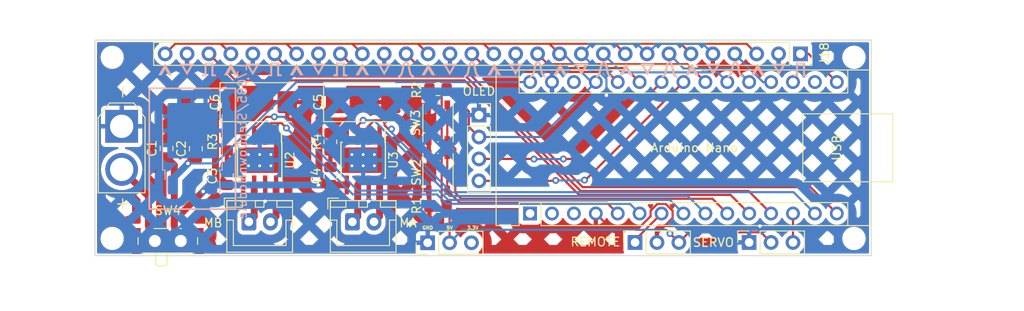
<source format=kicad_pcb>
(kicad_pcb (version 20221018) (generator pcbnew)
  (layers (0 "F.Cu" signal) (31 "B.Cu" signal) (34 "B.Paste" user) (35 "F.Paste" user) (36 "B.SilkS" user "B.Silkscreen") (37 "F.SilkS" user "F.Silkscreen") (38 "B.Mask" user) (39 "F.Mask" user) (44 "Edge.Cuts" user))
  (net 0 "")
  (net 4 "GND")
  (net 5 "BTN1")
  (net 6 "Servo")
  (net 7 "GO")
  (net 8 "MB1")
  (net 9 "MB2")
  (net 10 "BTN2")
  (net 11 "Sens0")
  (net 12 "MA2")
  (net 13 "MA1")
  (net 14 "Sens1")
  (net 15 "Sens2")
  (net 16 "Sens3")
  (net 17 "+3.3V")
  (net 19 "Sens4")
  (net 20 "Sens5")
  (net 21 "SDA")
  (net 22 "SCL")
  (net 23 "Sens6")
  (net 24 "Sens7")
  (net 25 "Sens8")
  (net 26 "Sens9")
  (net 27 "+5V")
  (net 29 "VCC")
  (net 30 "VM")
  (net 31 "Net-(J1-Pin_2)")
  (net 32 "Net-(J16-Pin_2)")
  (net 33 "Net-(J16-Pin_1)")
  (net 34 "Net-(J17-Pin_1)")
  (net 35 "Net-(U2-ILIM)")
  (net 36 "Net-(U3-ILIM)")
  (net 38 "Net-(J17-Pin_2)")
  (footprint "Connector_PinSocket_2.54mm:PinSocket_1x03_P2.54mm_Vertical" (layer "F.Cu") (at 162.12 110.465 90)
    (fp_text reference "REMOTE" (at 0.065 -4.59) (layer "F.SilkS"))
    (fp_text value "Conn_01x03_Male")
    (pad "1" thru_hole rect (at 0 0 90) (size 1.7 1.7) (drill 1) (layers "*.Cu" "*.Mask") (net 7 "GO"))
    (pad "2" thru_hole oval (at 0 2.54 90) (size 1.7 1.7) (drill 1) (layers "*.Cu" "*.Mask") (net 4 "GND"))
    (pad "3" thru_hole oval (at 0 5.08 90) (size 1.7 1.7) (drill 1) (layers "*.Cu" "*.Mask") (net 27 "+5V"))
  )
  (footprint "Capacitor_SMD:C_0805_2012Metric_Pad1.18x1.45mm_HandSolder" (layer "F.Cu") (at 114.8 102.7625 90)
    (fp_text reference "C3" (at 0 -1.68 90) (layer "F.SilkS"))
    (fp_text value "0.1uF")
    (pad "1" smd roundrect (at -1.0375 0 90) (size 1.175 1.45) (layers "F.Cu" "F.Paste" "F.Mask") (roundrect_rratio 0.212766) (net 30 "VM"))
    (pad "2" smd roundrect (at 1.0375 0 90) (size 1.175 1.45) (layers "F.Cu" "F.Paste" "F.Mask") (roundrect_rratio 0.212766) (net 4 "GND"))
  )
  (footprint "Button_Switch_SMD:SW_Push_1P1T_NO_Vertical_Wuerth_434133025816" (layer "F.Cu") (at 139.275 102.35 -90)
    (fp_text reference "SW2" (at 0 2.5 90) (layer "F.SilkS"))
    (fp_text value "SW_Push")
    (pad "1" smd rect (at -2.075 -1.075 270) (size 1.05 0.65) (layers "F.Cu" "F.Paste" "F.Mask") (net 5 "BTN1"))
    (pad "1" smd rect (at 2.075 -1.075 270) (size 1.05 0.65) (layers "F.Cu" "F.Paste" "F.Mask") (net 5 "BTN1"))
    (pad "2" smd rect (at -2.075 1.075 270) (size 1.05 0.65) (layers "F.Cu" "F.Paste" "F.Mask") (net 4 "GND"))
    (pad "2" smd rect (at 2.05 1.075 270) (size 1.05 0.65) (layers "F.Cu" "F.Paste" "F.Mask") (net 4 "GND"))
  )
  (footprint "Resistor_SMD:R_0805_2012Metric_Pad1.20x1.40mm_HandSolder" (layer "F.Cu") (at 139.275 92.7 180)
    (fp_text reference "R2" (at 2.475 -0.1 90) (layer "F.SilkS"))
    (fp_text value "R")
    (pad "1" smd roundrect (at -1 0 180) (size 1.2 1.4) (layers "F.Cu" "F.Paste" "F.Mask") (roundrect_rratio 0.208333) (net 27 "+5V"))
    (pad "2" smd roundrect (at 1 0 180) (size 1.2 1.4) (layers "F.Cu" "F.Paste" "F.Mask") (roundrect_rratio 0.208333) (net 4 "GND"))
  )
  (footprint "Button_Switch_SMD:SW_SPDT_PCM12" (layer "F.Cu") (at 107.95 109.97)
    (fp_text reference "SW4" (at 0 -3.2) (layer "F.SilkS"))
    (fp_text value "SW_SPDT")
    (pad "" smd rect (at -3.65 -0.78) (size 1 0.8) (layers "F.Cu" "F.Paste" "F.Mask"))
    (pad "" smd rect (at -3.65 1.43) (size 1 0.8) (layers "F.Cu" "F.Paste" "F.Mask"))
    (pad "" np_thru_hole circle (at -1.5 0.33) (size 0.9 0.9) (drill 0.9) (layers "*.Cu" "*.Mask"))
    (pad "" np_thru_hole circle (at 1.5 0.33) (size 0.9 0.9) (drill 0.9) (layers "*.Cu" "*.Mask"))
    (pad "" smd rect (at 3.65 -0.78) (size 1 0.8) (layers "F.Cu" "F.Paste" "F.Mask"))
    (pad "" smd rect (at 3.65 1.43) (size 1 0.8) (layers "F.Cu" "F.Paste" "F.Mask"))
    (pad "1" smd rect (at -2.25 -1.43) (size 0.7 1.5) (layers "F.Cu" "F.Paste" "F.Mask") (net 31 "Net-(J1-Pin_2)"))
    (pad "2" smd rect (at 0.75 -1.43) (size 0.7 1.5) (layers "F.Cu" "F.Paste" "F.Mask") (net 30 "VM"))
    (pad "3" smd rect (at 2.25 -1.43) (size 0.7 1.5) (layers "F.Cu" "F.Paste" "F.Mask"))
  )
  (footprint "MountingHole:MountingHole_2.2mm_M2_ISO7380" (layer "F.Cu") (at 187.5 89)
    (fp_text reference "REF**" hide)
    (fp_text value "MountingHole_2.2mm_M2_ISO7380")
    (pad "" np_thru_hole circle (at 0 0) (size 2.2 2.2) (drill 2.2) (layers "F&B.Cu" "*.Mask"))
  )
  (footprint "Package_SO:Texas_HTSOP-8-1EP_3.9x4.9mm_P1.27mm_EP2.95x4.9mm_Mask2.4x3.1mm_ThermalVias" (layer "F.Cu") (at 130.6 100.925 -90)
    (fp_text reference "U3" (at 0 -3.5 90) (layer "F.SilkS"))
    (fp_text value "DRV8871DDA")
    (pad "1" smd rect (at -2.875 -1.905 270) (size 2.2 0.5) (layers "F.Cu" "F.Paste" "F.Mask") (net 4 "GND"))
    (pad "2" smd rect (at -2.875 -0.635 270) (size 2.2 0.5) (layers "F.Cu" "F.Paste" "F.Mask") (net 13 "MA1"))
    (pad "3" smd rect (at -2.875 0.635 270) (size 2.2 0.5) (layers "F.Cu" "F.Paste" "F.Mask") (net 12 "MA2"))
    (pad "4" smd rect (at -2.875 1.905 270) (size 2.2 0.5) (layers "F.Cu" "F.Paste" "F.Mask") (net 36 "Net-(U3-ILIM)"))
    (pad "5" smd rect (at 2.875 1.905 270) (size 2.2 0.5) (layers "F.Cu" "F.Paste" "F.Mask") (net 30 "VM"))
    (pad "6" smd rect (at 2.875 0.635 270) (size 2.2 0.5) (layers "F.Cu" "F.Paste" "F.Mask") (net 34 "Net-(J17-Pin_1)"))
    (pad "7" smd rect (at 2.875 -0.635 270) (size 2.2 0.5) (layers "F.Cu" "F.Paste" "F.Mask") (net 4 "GND"))
    (pad "8" smd rect (at 2.875 -1.905 270) (size 2.2 0.5) (layers "F.Cu" "F.Paste" "F.Mask") (net 38 "Net-(J17-Pin_2)"))
    (pad "9" thru_hole circle (at -0.65 -1.3 270) (size 0.63 0.63) (drill 0.33) (layers "*.Cu" "*.Mask") (net 4 "GND"))
    (pad "9" thru_hole circle (at -0.65 0 270) (size 0.63 0.63) (drill 0.33) (layers "*.Cu" "*.Mask") (net 4 "GND"))
    (pad "9" thru_hole circle (at -0.65 1.3 270) (size 0.63 0.63) (drill 0.33) (layers "*.Cu" "*.Mask") (net 4 "GND"))
    (pad "9" smd rect (at 0 0 270) (size 2.6 3.3) (layers "B.Cu") (net 4 "GND"))
    (pad "9" smd rect (at 0 0 270) (size 2.95 4.9) (layers "F.Cu") (net 4 "GND"))
    (pad "9" thru_hole circle (at 0.65 -1.3 270) (size 0.63 0.63) (drill 0.33) (layers "*.Cu" "*.Mask") (net 4 "GND"))
    (pad "9" thru_hole circle (at 0.65 0 270) (size 0.63 0.63) (drill 0.33) (layers "*.Cu" "*.Mask") (net 4 "GND"))
    (pad "9" thru_hole circle (at 0.65 1.3 270) (size 0.63 0.63) (drill 0.33) (layers "*.Cu" "*.Mask") (net 4 "GND"))
  )
  (footprint "MountingHole:MountingHole_2.2mm_M2_ISO7380" (layer "F.Cu") (at 101.5 89)
    (fp_text reference "REF**" hide)
    (fp_text value "MountingHole_2.2mm_M2_ISO7380")
    (pad "" np_thru_hole circle (at 0 0) (size 2.2 2.2) (drill 2.2) (layers "*.Cu" "*.Mask"))
  )
  (footprint "Button_Switch_SMD:SW_Push_1P1T_NO_Vertical_Wuerth_434133025816" (layer "F.Cu") (at 139.275 96.6 -90)
    (fp_text reference "SW3" (at 0 2.6 90) (layer "F.SilkS"))
    (fp_text value "SW_Push")
    (pad "1" smd rect (at -2.075 -1.075 270) (size 1.05 0.65) (layers "F.Cu" "F.Paste" "F.Mask") (net 10 "BTN2"))
    (pad "1" smd rect (at 2.075 -1.075 270) (size 1.05 0.65) (layers "F.Cu" "F.Paste" "F.Mask") (net 10 "BTN2"))
    (pad "2" smd rect (at -2.075 1.075 270) (size 1.05 0.65) (layers "F.Cu" "F.Paste" "F.Mask") (net 4 "GND"))
    (pad "2" smd rect (at 2.05 1.075 270) (size 1.05 0.65) (layers "F.Cu" "F.Paste" "F.Mask") (net 4 "GND"))
  )
  (footprint "Connector_PinHeader_2.54mm:PinHeader_1x03_P2.54mm_Vertical" (layer "F.Cu") (at 138.075 110.5 90)
    (fp_text reference "J15" hide)
    (fp_text value "Conn_01x03_Male")
    (pad "1" thru_hole rect (at 0 0 90) (size 1.7 1.7) (drill 1) (layers "*.Cu" "*.Mask") (net 4 "GND"))
    (pad "2" thru_hole oval (at 0 2.54 90) (size 1.7 1.7) (drill 1) (layers "*.Cu" "*.Mask") (net 27 "+5V"))
    (pad "3" thru_hole oval (at 0 5.08 90) (size 1.7 1.7) (drill 1) (layers "*.Cu" "*.Mask") (net 17 "+3.3V"))
  )
  (footprint "Connector_PinSocket_2.54mm:PinSocket_1x03_P2.54mm_Vertical" (layer "F.Cu") (at 175.35 110.465 90)
    (fp_text reference "SERVO" (at 0 -4.15 180) (layer "F.SilkS"))
    (fp_text value "Conn_01x03_Male")
    (pad "1" thru_hole rect (at 0 0 90) (size 1.7 1.7) (drill 1) (layers "*.Cu" "*.Mask") (net 4 "GND"))
    (pad "2" thru_hole oval (at 0 2.54 90) (size 1.7 1.7) (drill 1) (layers "*.Cu" "*.Mask") (net 27 "+5V"))
    (pad "3" thru_hole oval (at 0 5.08 90) (size 1.7 1.7) (drill 1) (layers "*.Cu" "*.Mask") (net 6 "Servo"))
  )
  (footprint "Connector_PinSocket_2.54mm:PinSocket_1x30_P2.54mm_Vertical" (layer "F.Cu") (at 181.3 88.6 -90)
    (fp_text reference "J18" (at 0 -2.77 90) (layer "F.SilkS"))
    (fp_text value "Conn_01x30_Pin")
    (pad "1" thru_hole rect (at 0 0 270) (size 1.7 1.7) (drill 1) (layers "*.Cu" "*.Mask") (net 16 "Sens3"))
    (pad "2" thru_hole oval (at 0 2.54 270) (size 1.7 1.7) (drill 1) (layers "*.Cu" "*.Mask") (net 4 "GND"))
    (pad "3" thru_hole oval (at 0 5.08 270) (size 1.7 1.7) (drill 1) (layers "*.Cu" "*.Mask") (net 27 "+5V"))
    (pad "4" thru_hole oval (at 0 7.62 270) (size 1.7 1.7) (drill 1) (layers "*.Cu" "*.Mask") (net 19 "Sens4"))
    (pad "5" thru_hole oval (at 0 10.16 270) (size 1.7 1.7) (drill 1) (layers "*.Cu" "*.Mask") (net 4 "GND"))
    (pad "6" thru_hole oval (at 0 12.7 270) (size 1.7 1.7) (drill 1) (layers "*.Cu" "*.Mask") (net 27 "+5V"))
    (pad "7" thru_hole oval (at 0 15.24 270) (size 1.7 1.7) (drill 1) (layers "*.Cu" "*.Mask") (net 20 "Sens5"))
    (pad "8" thru_hole oval (at 0 17.78 270) (size 1.7 1.7) (drill 1) (layers "*.Cu" "*.Mask") (net 4 "GND"))
    (pad "9" thru_hole oval (at 0 20.32 270) (size 1.7 1.7) (drill 1) (layers "*.Cu" "*.Mask") (net 27 "+5V"))
    (pad "10" thru_hole oval (at 0 22.86 270) (size 1.7 1.7) (drill 1) (layers "*.Cu" "*.Mask") (net 23 "Sens6"))
    (pad "11" thru_hole oval (at 0 25.4 270) (size 1.7 1.7) (drill 1) (layers "*.Cu" "*.Mask") (net 4 "GND"))
    (pad "12" thru_hole oval (at 0 27.94 270) (size 1.7 1.7) (drill 1) (layers "*.Cu" "*.Mask") (net 27 "+5V"))
    (pad "13" thru_hole oval (at 0 30.48 270) (size 1.7 1.7) (drill 1) (layers "*.Cu" "*.Mask") (net 24 "Sens7"))
    (pad "14" thru_hole oval (at 0 33.02 270) (size 1.7 1.7) (drill 1) (layers "*.Cu" "*.Mask") (net 4 "GND"))
    (pad "15" thru_hole oval (at 0 35.56 270) (size 1.7 1.7) (drill 1) (layers "*.Cu" "*.Mask") (net 27 "+5V"))
    (pad "16" thru_hole oval (at 0 38.1 270) (size 1.7 1.7) (drill 1) (layers "*.Cu" "*.Mask") (net 25 "Sens8"))
    (pad "17" thru_hole oval (at 0 40.64 270) (size 1.7 1.7) (drill 1) (layers "*.Cu" "*.Mask") (net 4 "GND"))
    (pad "18" thru_hole oval (at 0 43.18 270) (size 1.7 1.7) (drill 1) (layers "*.Cu" "*.Mask") (net 27 "+5V"))
    (pad "19" thru_hole oval (at 0 45.72 270) (size 1.7 1.7) (drill 1) (layers "*.Cu" "*.Mask") (net 26 "Sens9"))
    (pad "20" thru_hole oval (at 0 48.26 270) (size 1.7 1.7) (drill 1) (layers "*.Cu" "*.Mask") (net 4 "GND"))
    (pad "21" thru_hole oval (at 0 50.8 270) (size 1.7 1.7) (drill 1) (layers "*.Cu" "*.Mask") (net 27 "+5V"))
    (pad "22" thru_hole oval (at 0 53.34 270) (size 1.7 1.7) (drill 1) (layers "*.Cu" "*.Mask") (net 15 "Sens2"))
    (pad "23" thru_hole oval (at 0 55.88 270) (size 1.7 1.7) (drill 1) (layers "*.Cu" "*.Mask") (net 4 "GND"))
    (pad "24" thru_hole oval (at 0 58.42 270) (size 1.7 1.7) (drill 1) (layers "*.Cu" "*.Mask") (net 27 "+5V"))
    (pad "25" thru_hole oval (at 0 60.96 270) (size 1.7 1.7) (drill 1) (layers "*.Cu" "*.Mask") (net 14 "Sens1"))
    (pad "26" thru_hole oval (at 0 63.5 270) (size 1.7 1.7) (drill 1) (layers "*.Cu" "*.Mask") (net 4 "GND"))
    (pad "27" thru_hole oval (at 0 66.04 270) (size 1.7 1.7) (drill 1) (layers "*.Cu" "*.Mask") (net 27 "+5V"))
    (pad "28" thru_hole oval (at 0 68.58 270) (size 1.7 1.7) (drill 1) (layers "*.Cu" "*.Mask") (net 11 "Sens0"))
    (pad "29" thru_hole oval (at 0 71.12 270) (size 1.7 1.7) (drill 1) (layers "*.Cu" "*.Mask") (net 4 "GND"))
    (pad "30" thru_hole oval (at 0 73.66 270) (size 1.7 1.7) (drill 1) (layers "*.Cu" "*.Mask") (net 27 "+5V"))
  )
  (footprint "Connector_AMASS:AMASS_XT30U-M_1x02_P5.0mm_Vertical" (layer "F.Cu") (at 102.6 97 -90)
    (fp_text reference "J1" hide)
    (fp_text value "Conn_01x02_Socket")
    (fp_text user "-" (at -4 0 90) (layer "F.SilkS") (effects (font (size 1.5 1.5))))
    (fp_text user "+" (at 9 0 90) (layer "F.SilkS") (effects (font (size 1.5 1.5))))
    (pad "1" thru_hole rect (at 0 0 270) (size 3.8 3.8) (drill 2.7) (layers "*.Cu" "*.Mask") (net 4 "GND"))
    (pad "2" thru_hole circle (at 5 0 270) (size 3.8 3.8) (drill 2.7) (layers "*.Cu" "*.Mask") (net 31 "Net-(J1-Pin_2)"))
  )
  (footprint "Capacitor_SMD:C_0805_2012Metric_Pad1.18x1.45mm_HandSolder" (layer "F.Cu") (at 111.2 99.6 90)
    (fp_text reference "C2" (at 0 -1.68 90) (layer "F.SilkS"))
    (fp_text value "C")
    (pad "1" smd roundrect (at -1.0375 0 90) (size 1.175 1.45) (layers "F.Cu" "F.Paste" "F.Mask") (roundrect_rratio 0.212766) (net 29 "VCC"))
    (pad "2" smd roundrect (at 1.0375 0 90) (size 1.175 1.45) (layers "F.Cu" "F.Paste" "F.Mask") (roundrect_rratio 0.212766) (net 4 "GND"))
  )
  (footprint "Capacitor_SMD:C_0805_2012Metric_Pad1.18x1.45mm_HandSolder" (layer "F.Cu") (at 107.8 99.5625 90)
    (fp_text reference "C1" (at 0 -1.68 90) (layer "F.SilkS"))
    (fp_text value "C")
    (pad "1" smd roundrect (at -1.0375 0 90) (size 1.175 1.45) (layers "F.Cu" "F.Paste" "F.Mask") (roundrect_rratio 0.212766) (net 30 "VM"))
    (pad "2" smd roundrect (at 1.0375 0 90) (size 1.175 1.45) (layers "F.Cu" "F.Paste" "F.Mask") (roundrect_rratio 0.212766) (net 4 "GND"))
  )
  (footprint "Connector_JST:JST_XH_B2B-XH-A_1x02_P2.50mm_Vertical" (layer "F.Cu") (at 117.35 108.075)
    (fp_text reference "MB" (at -4.15 0.125 180) (layer "F.SilkS"))
    (fp_text value "Conn_01x02_Male")
    (pad "1" thru_hole roundrect (at 0 0) (size 1.7 2) (drill 1) (layers "*.Cu" "*.Mask") (roundrect_rratio 0.147059) (net 33 "Net-(J16-Pin_1)"))
    (pad "2" thru_hole oval (at 2.5 0) (size 1.7 2) (drill 1) (layers "*.Cu" "*.Mask") (net 32 "Net-(J16-Pin_2)"))
  )
  (footprint "MountingHole:MountingHole_2.2mm_M2_ISO7380" (layer "F.Cu") (at 101.5 110)
    (fp_text reference "REF**" hide)
    (fp_text value "MountingHole_2.2mm_M2_ISO7380")
    (pad "" np_thru_hole circle (at 0 0) (size 2.2 2.2) (drill 2.2) (layers "F&B.Cu" "*.Mask"))
  )
  (footprint "Capacitor_SMD:C_0805_2012Metric_Pad1.18x1.45mm_HandSolder" (layer "F.Cu") (at 126.8 102.7625 90)
    (fp_text reference "C4" (at 0 -1.68 90) (layer "F.SilkS"))
    (fp_text value "0.1uF")
    (pad "1" smd roundrect (at -1.0375 0 90) (size 1.175 1.45) (layers "F.Cu" "F.Paste" "F.Mask") (roundrect_rratio 0.212766) (net 30 "VM"))
    (pad "2" smd roundrect (at 1.0375 0 90) (size 1.175 1.45) (layers "F.Cu" "F.Paste" "F.Mask") (roundrect_rratio 0.212766) (net 4 "GND"))
  )
  (footprint "Connector_JST:JST_XH_B2B-XH-A_1x02_P2.50mm_Vertical" (layer "F.Cu") (at 129.35 108.075)
    (fp_text reference "MA" (at 6.45 0.125) (layer "F.SilkS"))
    (fp_text value "Conn_01x02_Male")
    (pad "1" thru_hole roundrect (at 0 0) (size 1.7 2) (drill 1) (layers "*.Cu" "*.Mask") (roundrect_rratio 0.147059) (net 34 "Net-(J17-Pin_1)"))
    (pad "2" thru_hole oval (at 2.5 0) (size 1.7 2) (drill 1) (layers "*.Cu" "*.Mask") (net 38 "Net-(J17-Pin_2)"))
  )
  (footprint "Resistor_SMD:R_0805_2012Metric_Pad1.20x1.40mm_HandSolder" (layer "F.Cu") (at 126.8 98.8 90)
    (fp_text reference "R4" (at 0 -1.6 90) (layer "F.SilkS"))
    (fp_text value "18k")
    (pad "1" smd roundrect (at -1 0 90) (size 1.2 1.4) (layers "F.Cu" "F.Paste" "F.Mask") (roundrect_rratio 0.208333) (net 4 "GND"))
    (pad "2" smd roundrect (at 1 0 90) (size 1.2 1.4) (layers "F.Cu" "F.Paste" "F.Mask") (roundrect_rratio 0.208333) (net 36 "Net-(U3-ILIM)"))
  )
  (footprint "Connector_PinSocket_2.54mm:PinSocket_1x04_P2.54mm_Vertical" (layer "F.Cu") (at 144.025 95.7)
    (fp_text reference "OLED" (at 0 -2.77) (layer "F.SilkS"))
    (fp_text value "Conn_01x04_Female")
    (pad "1" thru_hole rect (at 0 0) (size 1.7 1.7) (drill 1) (layers "*.Cu" "*.Mask") (net 4 "GND"))
    (pad "2" thru_hole oval (at 0 2.54) (size 1.7 1.7) (drill 1) (layers "*.Cu" "*.Mask") (net 27 "+5V"))
    (pad "3" thru_hole oval (at 0 5.08) (size 1.7 1.7) (drill 1) (layers "*.Cu" "*.Mask") (net 22 "SCL"))
    (pad "4" thru_hole oval (at 0 7.62) (size 1.7 1.7) (drill 1) (layers "*.Cu" "*.Mask") (net 21 "SDA"))
  )
  (footprint "Resistor_SMD:R_0805_2012Metric_Pad1.20x1.40mm_HandSolder" (layer "F.Cu") (at 139.275 106.25 180)
    (fp_text reference "R1" (at 2.475 0.05 90) (layer "F.SilkS"))
    (fp_text value "R")
    (pad "1" smd roundrect (at -1 0 180) (size 1.2 1.4) (layers "F.Cu" "F.Paste" "F.Mask") (roundrect_rratio 0.208333) (net 27 "+5V"))
    (pad "2" smd roundrect (at 1 0 180) (size 1.2 1.4) (layers "F.Cu" "F.Paste" "F.Mask") (roundrect_rratio 0.208333) (net 4 "GND"))
  )
  (footprint "Capacitor_Tantalum_SMD:CP_EIA-7343-31_Kemet-D_Pad2.25x2.55mm_HandSolder" (layer "F.Cu") (at 118.6 94.2)
    (fp_text reference "C6" (at -5.2 0 90) (layer "F.SilkS"))
    (fp_text value "47uF")
    (pad "1" smd roundrect (at -3.2 0) (size 2.25 2.55) (layers "F.Cu" "F.Paste" "F.Mask") (roundrect_rratio 0.111111) (net 30 "VM"))
    (pad "2" smd roundrect (at 3.2 0) (size 2.25 2.55) (layers "F.Cu" "F.Paste" "F.Mask") (roundrect_rratio 0.111111) (net 4 "GND"))
  )
  (footprint "Module:Arduino_Nano" (layer "F.Cu") (at 149.95 107.11 90)
    (fp_text reference "Arduino Nano" (at 7.62 19.05 180) (layer "F.SilkS"))
    (fp_text value "Arduino_Nano_v3.x")
    (fp_text user "USB" (at 7.62 35.56 90 unlocked) (layer "F.SilkS"))
    (pad "1" thru_hole rect (at 0 0 90) (size 1.6 1.6) (drill 1) (layers "*.Cu" "*.Mask"))
    (pad "2" thru_hole oval (at 0 2.54 90) (size 1.6 1.6) (drill 1) (layers "*.Cu" "*.Mask"))
    (pad "3" thru_hole oval (at 0 5.08 90) (size 1.6 1.6) (drill 1) (layers "*.Cu" "*.Mask"))
    (pad "4" thru_hole oval (at 0 7.62 90) (size 1.6 1.6) (drill 1) (layers "*.Cu" "*.Mask") (net 4 "GND"))
    (pad "5" thru_hole oval (at 0 10.16 90) (size 1.6 1.6) (drill 1) (layers "*.Cu" "*.Mask") (net 5 "BTN1"))
    (pad "6" thru_hole oval (at 0 12.7 90) (size 1.6 1.6) (drill 1) (layers "*.Cu" "*.Mask") (net 8 "MB1"))
    (pad "7" thru_hole oval (at 0 15.24 90) (size 1.6 1.6) (drill 1) (layers "*.Cu" "*.Mask") (net 7 "GO"))
    (pad "8" thru_hole oval (at 0 17.78 90) (size 1.6 1.6) (drill 1) (layers "*.Cu" "*.Mask") (net 9 "MB2"))
    (pad "9" thru_hole oval (at 0 20.32 90) (size 1.6 1.6) (drill 1) (layers "*.Cu" "*.Mask") (net 12 "MA2"))
    (pad "10" thru_hole oval (at 0 22.86 90) (size 1.6 1.6) (drill 1) (layers "*.Cu" "*.Mask") (net 10 "BTN2"))
    (pad "11" thru_hole oval (at 0 25.4 90) (size 1.6 1.6) (drill 1) (layers "*.Cu" "*.Mask") (net 11 "Sens0"))
    (pad "12" thru_hole oval (at 0 27.94 90) (size 1.6 1.6) (drill 1) (layers "*.Cu" "*.Mask") (net 14 "Sens1"))
    (pad "13" thru_hole oval (at 0 30.48 90) (size 1.6 1.6) (drill 1) (layers "*.Cu" "*.Mask") (net 6 "Servo"))
    (pad "14" thru_hole oval (at 0 33.02 90) (size 1.6 1.6) (drill 1) (layers "*.Cu" "*.Mask") (net 13 "MA1"))
    (pad "15" thru_hole oval (at 0 35.56 90) (size 1.6 1.6) (drill 1) (layers "*.Cu" "*.Mask") (net 15 "Sens2"))
    (pad "16" thru_hole oval (at 15.24 35.56 90) (size 1.6 1.6) (drill 1) (layers "*.Cu" "*.Mask") (net 16 "Sens3"))
    (pad "17" thru_hole oval (at 15.24 33.02 90) (size 1.6 1.6) (drill 1) (layers "*.Cu" "*.Mask") (net 17 "+3.3V"))
    (pad "18" thru_hole oval (at 15.24 30.48 90) (size 1.6 1.6) (drill 1) (layers "*.Cu" "*.Mask"))
    (pad "19" thru_hole oval (at 15.24 27.94 90) (size 1.6 1.6) (drill 1) (layers "*.Cu" "*.Mask") (net 19 "Sens4"))
    (pad "20" thru_hole oval (at 15.24 25.4 90) (size 1.6 1.6) (drill 1) (layers "*.Cu" "*.Mask") (net 20 "Sens5"))
    (pad "21" thru_hole oval (at 15.24 22.86 90) (size 1.6 1.6) (drill 1) (layers "*.Cu" "*.Mask") (net 23 "Sens6"))
    (pad "22" thru_hole oval (at 15.24 20.32 90) (size 1.6 1.6) (drill 1) (layers "*.Cu" "*.Mask") (net 24 "Sens7"))
    (pad "23" thru_hole oval (at 15.24 17.78 90) (size 1.6 1.6) (drill 1) (layers "*.Cu" "*.Mask") (net 21 "SDA"))
    (pad "24" thru_hole oval (at 15.24 15.24 90) (size 1.6 1.6) (drill 1) (layers "*.Cu" "*.Mask") (net 22 "SCL"))
    (pad "25" thru_hole oval (at 15.24 12.7 90) (size 1.6 1.6) (drill 1) (layers "*.Cu" "*.Mask") (net 25 "Sens8"))
    (pad "26" thru_hole oval (at 15.24 10.16 90) (size 1.6 1.6) (drill 1) (layers "*.Cu" "*.Mask") (net 26 "Sens9"))
    (pad "27" thru_hole oval (at 15.24 7.62 90) (size 1.6 1.6) (drill 1) (layers "*.Cu" "*.Mask") (net 27 "+5V"))
    (pad "28" thru_hole oval (at 15.24 5.08 90) (size 1.6 1.6) (drill 1) (layers "*.Cu" "*.Mask"))
    (pad "29" thru_hole oval (at 15.24 2.54 90) (size 1.6 1.6) (drill 1) (layers "*.Cu" "*.Mask") (net 4 "GND"))
    (pad "30" thru_hole oval (at 15.24 0 90) (size 1.6 1.6) (drill 1) (layers "*.Cu" "*.Mask") (net 29 "VCC"))
  )
  (footprint "Capacitor_Tantalum_SMD:CP_EIA-7343-31_Kemet-D_Pad2.25x2.55mm_HandSolder" (layer "F.Cu") (at 130.6 94.2)
    (fp_text reference "C5" (at -5.2 0 90) (layer "F.SilkS"))
    (fp_text value "47uF")
    (pad "1" smd roundrect (at -3.2 0) (size 2.25 2.55) (layers "F.Cu" "F.Paste" "F.Mask") (roundrect_rratio 0.111111) (net 30 "VM"))
    (pad "2" smd roundrect (at 3.2 0) (size 2.25 2.55) (layers "F.Cu" "F.Paste" "F.Mask") (roundrect_rratio 0.111111) (net 4 "GND"))
  )
  (footprint "Resistor_SMD:R_0805_2012Metric_Pad1.20x1.40mm_HandSolder" (layer "F.Cu") (at 114.8 98.8 90)
    (fp_text reference "R3" (at 0 -1.65 90) (layer "F.SilkS"))
    (fp_text value "18k")
    (pad "1" smd roundrect (at -1 0 90) (size 1.2 1.4) (layers "F.Cu" "F.Paste" "F.Mask") (roundrect_rratio 0.208333) (net 4 "GND"))
    (pad "2" smd roundrect (at 1 0 90) (size 1.2 1.4) (layers "F.Cu" "F.Paste" "F.Mask") (roundrect_rratio 0.208333) (net 35 "Net-(U2-ILIM)"))
  )
  (footprint "Package_SO:Texas_HTSOP-8-1EP_3.9x4.9mm_P1.27mm_EP2.95x4.9mm_Mask2.4x3.1mm_ThermalVias" (layer "F.Cu") (at 118.6 100.925 -90)
    (fp_text reference "U2" (at 0 -3.5 90) (layer "F.SilkS"))
    (fp_text value "DRV8871DDA")
    (pad "1" smd rect (at -2.875 -1.905 270) (size 2.2 0.5) (layers "F.Cu" "F.Paste" "F.Mask") (net 4 "GND"))
    (pad "2" smd rect (at -2.875 -0.635 270) (size 2.2 0.5) (layers "F.Cu" "F.Paste" "F.Mask") (net 8 "MB1"))
    (pad "3" smd rect (at -2.875 0.635 270) (size 2.2 0.5) (layers "F.Cu" "F.Paste" "F.Mask") (net 9 "MB2"))
    (pad "4" smd rect (at -2.875 1.905 270) (size 2.2 0.5) (layers "F.Cu" "F.Paste" "F.Mask") (net 35 "Net-(U2-ILIM)"))
    (pad "5" smd rect (at 2.875 1.905 270) (size 2.2 0.5) (layers "F.Cu" "F.Paste" "F.Mask") (net 30 "VM"))
    (pad "6" smd rect (at 2.875 0.635 270) (size 2.2 0.5) (layers "F.Cu" "F.Paste" "F.Mask") (net 33 "Net-(J16-Pin_1)"))
    (pad "7" smd rect (at 2.875 -0.635 270) (size 2.2 0.5) (layers "F.Cu" "F.Paste" "F.Mask") (net 4 "GND"))
    (pad "8" smd rect (at 2.875 -1.905 270) (size 2.2 0.5) (layers "F.Cu" "F.Paste" "F.Mask") (net 32 "Net-(J16-Pin_2)"))
    (pad "9" thru_hole circle (at -0.65 -1.3 270) (size 0.63 0.63) (drill 0.33) (layers "*.Cu" "*.Mask") (net 4 "GND"))
    (pad "9" thru_hole circle (at -0.65 0 270) (size 0.63 0.63) (drill 0.33) (layers "*.Cu" "*.Mask") (net 4 "GND"))
    (pad "9" thru_hole circle (at -0.65 1.3 270) (size 0.63 0.63) (drill 0.33) (layers "*.Cu" "*.Mask") (net 4 "GND"))
    (pad "9" smd rect (at 0 0 270) (size 2.6 3.3) (layers "B.Cu") (net 4 "GND"))
    (pad "9" smd rect (at 0 0 270) (size 2.95 4.9) (layers "F.Cu") (net 4 "GND"))
    (pad "9" thru_hole circle (at 0.65 -1.3 270) (size 0.63 0.63) (drill 0.33) (layers "*.Cu" "*.Mask") (net 4 "GND"))
    (pad "9" thru_hole circle (at 0.65 0 270) (size 0.63 0.63) (drill 0.33) (layers "*.Cu" "*.Mask") (net 4 "GND"))
    (pad "9" thru_hole circle (at 0.65 1.3 270) (size 0.63 0.63) (drill 0.33) (layers "*.Cu" "*.Mask") (net 4 "GND"))
  )
  (footprint "MountingHole:MountingHole_2.2mm_M2_ISO7380" (layer "F.Cu") (at 187.5 110)
    (fp_text reference "REF**" hide)
    (fp_text value "MountingHole_2.2mm_M2_ISO7380")
    (pad "" np_thru_hole circle (at 0 0) (size 2.2 2.2) (drill 2.2) (layers "F&B.Cu" "*.Mask"))
  )
  (footprint "LOGO" (layer "B.Cu") (at 178.821683 90.411417 180)
    (fp_text reference "G***" hide)
    (fp_text value "LOGO" hide)
  )
  (footprint "LOGO" (layer "B.Cu") (at 140.638448 90.411417 180)
    (fp_text reference "G***" hide)
    (fp_text value "LOGO" hide)
  )
  (footprint "LOGO" (layer "B.Cu") (at 181.3 90.4 180)
    (fp_text reference "G***" hide)
    (fp_text value "LOGO" hide)
  )
  (footprint "LOGO" (layer "B.Cu") (at 115.261611 90.394404 180)
    (fp_text reference "G5" hide)
    (fp_text value "LOGO" hide)
  )
  (footprint "LOGO" (layer "B.Cu") (at 112.719146 90.405596 180)
    (fp_text reference "G3" hide)
    (fp_text value "LOGO" hide)
  )
  (footprint "LOGO" (layer "B.Cu") (at 150.848321 90.4 180)
    (fp_text reference "G***" hide)
    (fp_text value "LOGO" hide)
  )
  (footprint "Package_TO_SOT_SMD:TO-252-2" (layer "B.Cu") (at 110.8 98.76 90)
    (fp_text reference "L7085/StepDownModule" (at 0 5.8 90) (layer "B.SilkS") (effects (justify mirror)))
    (fp_text value "L7805")
    (pad "1" smd roundrect (at -5.04 2.28 90) (size 2.2 1.2) (layers "B.Cu" "B.Paste" "B.Mask") (roundrect_rratio 0.208333) (net 30 "VM"))
    (pad "2" smd roundrect (at -0.415 -1.525 90) (size 3.05 2.75) (layers "B.Cu" "B.Paste") (roundrect_rratio 0.090909) (net 4 "GND"))
    (pad "2" smd roundrect (at -0.415 1.525 90) (size 3.05 2.75) (layers "B.Cu" "B.Paste") (roundrect_rratio 0.090909) (net 4 "GND"))
    (pad "2" smd roundrect (at 1.26 0 90) (size 6.4 5.8) (layers "B.Cu" "B.Mask") (roundrect_rratio 0.043103) (net 4 "GND"))
    (pad "2" smd roundrect (at 2.935 -1.525 90) (size 3.05 2.75) (layers "B.Cu" "B.Paste") (roundrect_rratio 0.090909) (net 4 "GND"))
    (pad "2" smd roundrect (at 2.935 1.525 90) (size 3.05 2.75) (layers "B.Cu" "B.Paste") (roundrect_rratio 0.090909) (net 4 "GND"))
    (pad "3" smd roundrect (at -5.04 -2.28 90) (size 2.2 1.2) (layers "B.Cu" "B.Paste" "B.Mask") (roundrect_rratio 0.208333) (net 29 "VCC"))
  )
  (footprint "LOGO" (layer "B.Cu") (at 125.419914 90.404831 180)
    (fp_text reference "G***" hide)
    (fp_text value "LOGO" hide)
  )
  (footprint "LOGO" (layer "B.Cu") (at 135.575027 90.393414 180)
    (fp_text reference "G***" hide)
    (fp_text value "LOGO" hide)
  )
  (footprint "LOGO" (layer "B.Cu") (at 117.799843 90.404831 180)
    (fp_text reference "G***" hide)
    (fp_text value "LOGO" hide)
  )
  (footprint "LOGO" (layer "B.Cu") (at 153.434584 90.40099 180)
    (fp_text reference "G***" hide)
    (fp_text value "LOGO" hide)
  )
  (footprint "LOGO" (layer "B.Cu") (at 176.344525 90.40099 180)
    (fp_text reference "G***" hide)
    (fp_text value "LOGO" hide)
  )
  (footprint "LOGO" (layer "B.Cu") (at 166.121615 90.4 180)
    (fp_text reference "G***" hide)
    (fp_text value "LOGO" hide)
  )
  (footprint "LOGO" (layer "B.Cu") (at 107.64154 90.4 180)
    (fp_text reference "G1" hide)
    (fp_text value "LOGO" hide)
  )
  (footprint "LOGO" (layer "B.Cu") (at 138.16129 90.40099 180)
    (fp_text reference "G***" hide)
    (fp_text value "LOGO" hide)
  )
  (footprint "LOGO" (layer "B.Cu") (at 130.501753 90.394404 180)
    (fp_text reference "G***" hide)
    (fp_text value "LOGO" hide)
  )
  (footprint "LOGO" (layer "B.Cu") (at 133.039991 90.404831 180)
    (fp_text reference "G***" hide)
    (fp_text value "LOGO" hide)
  )
  (footprint "LOGO" (layer "B.Cu") (at 158.484968 90.4 180)
    (fp_text reference "G***" hide)
    (fp_text value "LOGO" hide)
  )
  (footprint "LOGO" (layer "B.Cu") (at 110.179772 90.410427 180)
    (fp_text reference "G2" hide)
    (fp_text value "LOGO" hide)
  )
  (footprint "LOGO" (layer "B.Cu") (at 122.881682 90.394404 180)
    (fp_text reference "G***" hide)
    (fp_text value "LOGO" hide)
  )
  (footprint "LOGO" (layer "B.Cu") (at 163.548389 90.411417 180)
    (fp_text reference "G***" hide)
    (fp_text value "LOGO" hide)
  )
  (footprint "LOGO" (layer "B.Cu") (at 143.211674 90.4 180)
    (fp_text reference "G***" hide)
    (fp_text value "LOGO" hide)
  )
  (footprint "LOGO" (layer "B.Cu") (at 173.758262 90.4 180)
    (fp_text reference "G***" hide)
    (fp_text value "LOGO" hide)
  )
  (footprint "LOGO" (layer "B.Cu") (at 148.275095 90.411417 180)
    (fp_text reference "G***" hide)
    (fp_text value "LOGO" hide)
  )
  (footprint "LOGO" (layer "B.Cu") (at 171.185036 90.411417 180)
    (fp_text reference "G***" hide)
    (fp_text value "LOGO" hide)
  )
  (footprint "LOGO" (layer "B.Cu") (at 120.339217 90.4 180)
    (fp_text reference "G***" hide)
    (fp_text value "LOGO" hide)
  )
  (footprint "LOGO" (layer "B.Cu") (at 127.959288 90.4 180)
    (fp_text reference "G***" hide)
    (fp_text value "LOGO" hide)
  )
  (footprint "LOGO" (layer "B.Cu") (at 145.797937 90.40099 180)
    (fp_text reference "G***" hide)
    (fp_text value "LOGO" hide)
  )
  (footprint "LOGO" (layer "B.Cu") (at 161.071231 90.40099 180)
    (fp_text reference "G***" hide)
    (fp_text value "LOGO" hide)
  )
  (footprint "LOGO" (layer "B.Cu") (at 155.911742 90.411417 180)
    (fp_text reference "G***" hide)
    (fp_text value "LOGO" hide)
  )
  (footprint "LOGO" (layer "B.Cu") (at 168.707878 90.40099 180)
    (fp_text reference "G***" hide)
    (fp_text value "LOGO" hide)
  )
  (gr_rect (start 105.8 92.6) (end 115.8 106.6) (stroke (width 0.2)) (fill none) (layer "B.SilkS"))
  (gr_rect (start 99.5 87) (end 189.5 112) (stroke (width 0.1)) (fill none) (layer "Edge.Cuts"))
  (gr_text "GND" (at 137.4 109) (layer "F.SilkS") (effects (font (size 0.4 0.4) (thickness 0.1) bold) (justify left bottom)))
  (gr_text "5V" (at 140.2 109) (layer "F.SilkS") (effects (font (size 0.4 0.4) (thickness 0.1) bold) (justify left bottom)))
  (gr_text "3.3V" (at 142.6 109) (layer "F.SilkS") (effects (font (size 0.4 0.4) (thickness 0.1) bold) (justify left bottom)))
  (segment (start 163.925 106.784009) (end 164.724009 105.985) (width 0.25) (layer "F.Cu") (net 4))
  (segment (start 159.26 108.8) (end 162.550991 108.8) (width 0.25) (layer "F.Cu") (net 4))
  (segment (start 164.66 109.44) (end 164.66 110.465) (width 0.25) (layer "F.Cu") (net 4))
  (segment (start 166.475 107.625) (end 164.66 109.44) (width 0.25) (layer "F.Cu") (net 4))
  (segment (start 166.475 106.804009) (end 166.475 107.625) (width 0.25) (layer "F.Cu") (net 4))
  (segment (start 119.235 105.69) (end 119.225 105.7) (width 0.25) (layer "F.Cu") (net 4))
  (segment (start 131.235 103.8) (end 131.235 105.69) (width 0.25) (layer "F.Cu") (net 4))
  (segment (start 163.925 107.425991) (end 163.925 106.784009) (width 0.25) (layer "F.Cu") (net 4))
  (segment (start 164.724009 105.985) (end 165.655991 105.985) (width 0.25) (layer "F.Cu") (net 4))
  (segment (start 162.550991 108.8) (end 163.925 107.425991) (width 0.25) (layer "F.Cu") (net 4))
  (segment (start 165.655991 105.985) (end 166.475 106.804009) (width 0.25) (layer "F.Cu") (net 4))
  (segment (start 157.57 107.11) (end 159.26 108.8) (width 0.25) (layer "F.Cu") (net 4))
  (segment (start 131.235 105.69) (end 131.225 105.7) (width 0.25) (layer "F.Cu") (net 4))
  (segment (start 119.235 103.8) (end 119.235 105.69) (width 0.25) (layer "F.Cu") (net 4))
  (segment (start 164.66 109.44) (end 165.5345 108.5655) (width 0.25) (layer "F.Cu") (net 4))
  (segment (start 165.5345 108.5655) (end 176.6 108.5655) (width 0.25) (layer "F.Cu") (net 4))
  (via (at 176.6 108.5655) (size 0.8) (drill 0.4) (layers "F.Cu" "B.Cu") (net 4))
  (via (at 158.8 93.4) (size 0.8) (drill 0.4) (layers "F.Cu" "B.Cu") (net 4))
  (via (at 119.225 105.7) (size 0.8) (drill 0.4) (layers "F.Cu" "B.Cu") (net 4))
  (via (at 131.225 105.7) (size 0.8) (drill 0.4) (layers "F.Cu" "B.Cu") (net 4))
  (segment (start 155.9 88.6) (end 157.075 87.425) (width 0.25) (layer "B.Cu") (net 4))
  (segment (start 155.9 88.6) (end 158.8 91.5) (width 0.25) (layer "B.Cu") (net 4))
  (segment (start 169.965 87.425) (end 171.14 88.6) (width 0.25) (layer "B.Cu") (net 4))
  (segment (start 163.52 88.6) (end 164.695 87.425) (width 0.25) (layer "B.Cu") (net 4))
  (segment (start 162.345 87.425) (end 163.52 88.6) (width 0.25) (layer "B.Cu") (net 4))
  (segment (start 157.075 87.425) (end 162.345 87.425) (width 0.25) (layer "B.Cu") (net 4))
  (segment (start 158.8 91.5) (end 158.8 93.4) (width 0.25) (layer "B.Cu") (net 4))
  (segment (start 164.695 87.425) (end 169.965 87.425) (width 0.25) (layer "B.Cu") (net 4))
  (segment (start 164.784805 110.465) (end 164.66 110.465) (width 0.25) (layer "B.Cu") (net 4))
  (segment (start 158.85 105.85) (end 160.11 107.11) (width 0.25) (layer "F.Cu") (net 5))
  (segment (start 140.35 104.425) (end 141.775 105.85) (width 0.25) (layer "F.Cu") (net 5))
  (segment (start 140.35 100.275) (end 140.35 104.425) (width 0.25) (layer "F.Cu") (net 5))
  (segment (start 141.775 105.85) (end 158.85 105.85) (width 0.25) (layer "F.Cu") (net 5))
  (segment (start 180.43 110.465) (end 180.43 107.11) (width 0.25) (layer "F.Cu") (net 6))
  (segment (start 165.19 107.11) (end 162.12 110.18) (width 0.25) (layer "F.Cu") (net 7))
  (segment (start 162.12 110.18) (end 162.12 110.465) (width 0.25) (layer "F.Cu") (net 7))
  (segment (start 121.125 96.625) (end 119.93 96.625) (width 0.25) (layer "F.Cu") (net 8))
  (segment (start 121.7 97.2) (end 121.125 96.625) (width 0.25) (layer "F.Cu") (net 8))
  (segment (start 119.235 97.32) (end 119.235 98.05) (width 0.25) (layer "F.Cu") (net 8))
  (segment (start 119.93 96.625) (end 119.235 97.32) (width 0.25) (layer "F.Cu") (net 8))
  (via (at 121.7 97.2) (size 0.8) (drill 0.4) (layers "F.Cu" "B.Cu") (net 8))
  (segment (start 121.7 97.2) (end 129.4 104.9) (width 0.25) (layer "B.Cu") (net 8))
  (segment (start 139.172245 104.9) (end 140.257245 105.985) (width 0.25) (layer "B.Cu") (net 8))
  (segment (start 129.4 104.9) (end 139.172245 104.9) (width 0.25) (layer "B.Cu") (net 8))
  (segment (start 140.257245 105.985) (end 161.525 105.985) (width 0.25) (layer "B.Cu") (net 8))
  (segment (start 161.525 105.985) (end 162.65 107.11) (width 0.25) (layer "B.Cu") (net 8))
  (segment (start 117.965 97.32) (end 117.965 98.05) (width 0.25) (layer "F.Cu") (net 9))
  (segment (start 119.3845 95.9005) (end 117.965 97.32) (width 0.25) (layer "F.Cu") (net 9))
  (segment (start 120.3 95.9005) (end 119.3845 95.9005) (width 0.25) (layer "F.Cu") (net 9))
  (via (at 120.3 95.9005) (size 0.8) (drill 0.4) (layers "F.Cu" "B.Cu") (net 9))
  (segment (start 121.425805 95.9005) (end 129.975305 104.45) (width 0.25) (layer "B.Cu") (net 9))
  (segment (start 140.443641 105.535) (end 166.155 105.535) (width 0.25) (layer "B.Cu") (net 9))
  (segment (start 129.975305 104.45) (end 139.358641 104.45) (width 0.25) (layer "B.Cu") (net 9))
  (segment (start 139.358641 104.45) (end 140.443641 105.535) (width 0.25) (layer "B.Cu") (net 9))
  (segment (start 120.3 95.9005) (end 121.425805 95.9005) (width 0.25) (layer "B.Cu") (net 9))
  (segment (start 166.155 105.535) (end 167.73 107.11) (width 0.25) (layer "B.Cu") (net 9))
  (segment (start 172.81 107.11) (end 171.1 105.4) (width 0.25) (layer "F.Cu") (net 10))
  (segment (start 141.280698 104.719302) (end 141.280698 99.605698) (width 0.25) (layer "F.Cu") (net 10))
  (segment (start 140.35 94.525) (end 140.35 98.675) (width 0.25) (layer "F.Cu") (net 10))
  (segment (start 141.961396 105.4) (end 141.280698 104.719302) (width 0.25) (layer "F.Cu") (net 10))
  (segment (start 141.280698 99.605698) (end 140.35 98.675) (width 0.25) (layer "F.Cu") (net 10))
  (segment (start 171.1 105.4) (end 141.961396 105.4) (width 0.25) (layer "F.Cu") (net 10))
  (segment (start 115.795 91.675) (end 142.35 91.675) (width 0.25) (layer "F.Cu") (net 11))
  (segment (start 112.72 88.6) (end 115.795 91.675) (width 0.25) (layer "F.Cu") (net 11))
  (segment (start 142.35 91.675) (end 155.625 104.95) (width 0.25) (layer "F.Cu") (net 11))
  (segment (start 173.19 104.95) (end 175.35 107.11) (width 0.25) (layer "F.Cu") (net 11))
  (segment (start 155.625 104.95) (end 173.19 104.95) (width 0.25) (layer "F.Cu") (net 11))
  (segment (start 129.965 96.935) (end 129.965 98.05) (width 0.25) (layer "F.Cu") (net 12))
  (segment (start 130.6 96.3) (end 129.965 96.935) (width 0.25) (layer "F.Cu") (net 12))
  (via (at 130.6 96.3) (size 0.8) (drill 0.4) (layers "F.Cu" "B.Cu") (net 12))
  (segment (start 130.6 96.3) (end 131.845037 96.3) (width 0.25) (layer "B.Cu") (net 12))
  (segment (start 168.245 105.085) (end 170.27 107.11) (width 0.25) (layer "B.Cu") (net 12))
  (segment (start 131.845037 96.3) (end 140.630037 105.085) (width 0.25) (layer "B.Cu") (net 12))
  (segment (start 140.630037 105.085) (end 168.245 105.085) (width 0.25) (layer "B.Cu") (net 12))
  (segment (start 133.884817 97.315182) (end 133.515182 97.315182) (width 0.25) (layer "F.Cu") (net 13))
  (segment (start 131.235 96.965) (end 131.235 98.05) (width 0.25) (layer "F.Cu") (net 13))
  (segment (start 133.08 96.88) (end 133.08 96.625) (width 0.25) (layer "F.Cu") (net 13))
  (segment (start 132.755 96.3) (end 131.9 96.3) (width 0.25) (layer "F.Cu") (net 13))
  (segment (start 133.515182 97.315182) (end 133.08 96.88) (width 0.25) (layer "F.Cu") (net 13))
  (segment (start 131.9 96.3) (end 131.235 96.965) (width 0.25) (layer "F.Cu") (net 13))
  (segment (start 133.08 96.625) (end 132.755 96.3) (width 0.25) (layer "F.Cu") (net 13))
  (via (at 133.884817 97.315182) (size 0.8) (drill 0.4) (layers "F.Cu" "B.Cu") (net 13))
  (segment (start 133.884817 97.315182) (end 133.884817 97.703384) (width 0.25) (layer "B.Cu") (net 13))
  (segment (start 133.884817 97.703384) (end 140.816433 104.635) (width 0.25) (layer "B.Cu") (net 13))
  (segment (start 140.816433 104.635) (end 180.495 104.635) (width 0.25) (layer "B.Cu") (net 13))
  (segment (start 180.495 104.635) (end 182.97 107.11) (width 0.25) (layer "B.Cu") (net 13))
  (segment (start 155.811396 104.5) (end 175.28 104.5) (width 0.25) (layer "F.Cu") (net 14))
  (segment (start 142.536396 91.225) (end 155.811396 104.5) (width 0.25) (layer "F.Cu") (net 14))
  (segment (start 122.825 91.225) (end 142.536396 91.225) (width 0.25) (layer "F.Cu") (net 14))
  (segment (start 175.28 104.5) (end 177.89 107.11) (width 0.25) (layer "F.Cu") (net 14))
  (segment (start 120.34 88.74) (end 122.825 91.225) (width 0.25) (layer "F.Cu") (net 14))
  (segment (start 120.34 88.6) (end 120.34 88.74) (width 0.25) (layer "F.Cu") (net 14))
  (segment (start 156.05 104.05) (end 182.45 104.05) (width 0.25) (layer "F.Cu") (net 15))
  (segment (start 182.45 104.05) (end 185.51 107.11) (width 0.25) (layer "F.Cu") (net 15))
  (segment (start 127.96 88.6) (end 130.135 90.775) (width 0.25) (layer "F.Cu") (net 15))
  (segment (start 142.775 90.775) (end 156.05 104.05) (width 0.25) (layer "F.Cu") (net 15))
  (segment (start 130.135 90.775) (end 142.775 90.775) (width 0.25) (layer "F.Cu") (net 15))
  (segment (start 182.24 88.6) (end 185.51 91.87) (width 0.25) (layer "F.Cu") (net 16))
  (segment (start 181.3 88.6) (end 182.24 88.6) (width 0.25) (layer "F.Cu") (net 16))
  (segment (start 143.6755 110.5) (end 143.155 110.5) (width 0.25) (layer "F.Cu") (net 17))
  (segment (start 176.95 91.87) (end 177.89 91.87) (width 0.25) (layer "B.Cu") (net 19))
  (segment (start 173.68 88.6) (end 176.95 91.87) (width 0.25) (layer "B.Cu") (net 19))
  (segment (start 166.06 88.6) (end 167.755 90.295) (width 0.25) (layer "B.Cu") (net 20))
  (segment (start 173.775 90.295) (end 175.35 91.87) (width 0.25) (layer "B.Cu") (net 20))
  (segment (start 167.755 90.295) (end 173.775 90.295) (width 0.25) (layer "B.Cu") (net 20))
  (segment (start 156.262299 103.237701) (end 156.362299 103.237701) (width 0.25) (layer "F.Cu") (net 21))
  (segment (start 152.88 103.32) (end 152.925201 103.274799) (width 0.25) (layer "F.Cu") (net 21))
  (segment (start 144.025 103.32) (end 152.88 103.32) (width 0.25) (layer "F.Cu") (net 21))
  (segment (start 156.362299 103.237701) (end 167.73 91.87) (width 0.25) (layer "F.Cu") (net 21))
  (via (at 152.925201 103.274799) (size 0.8) (drill 0.4) (layers "F.Cu" "B.Cu") (net 21))
  (via (at 156.262299 103.237701) (size 0.8) (drill 0.4) (layers "F.Cu" "B.Cu") (net 21))
  (segment (start 156.225201 103.274799) (end 156.262299 103.237701) (width 0.25) (layer "B.Cu") (net 21))
  (segment (start 152.925201 103.274799) (end 156.225201 103.274799) (width 0.25) (layer "B.Cu") (net 21))
  (segment (start 153.812299 100.787701) (end 156.272299 100.787701) (width 0.25) (layer "F.Cu") (net 22))
  (segment (start 150.4 100.8) (end 150.38 100.78) (width 0.25) (layer "F.Cu") (net 22))
  (segment (start 150.38 100.78) (end 144.025 100.78) (width 0.25) (layer "F.Cu") (net 22))
  (segment (start 156.272299 100.787701) (end 165.19 91.87) (width 0.25) (layer "F.Cu") (net 22))
  (via (at 153.812299 100.787701) (size 0.8) (drill 0.4) (layers "F.Cu" "B.Cu") (net 22))
  (via (at 150.4 100.8) (size 0.8) (drill 0.4) (layers "F.Cu" "B.Cu") (net 22))
  (segment (start 153.8 100.8) (end 150.4 100.8) (width 0.25) (layer "B.Cu") (net 22))
  (segment (start 153.812299 100.787701) (end 153.8 100.8) (width 0.25) (layer "B.Cu") (net 22))
  (segment (start 160.585 90.745) (end 171.685 90.745) (width 0.25) (layer "B.Cu") (net 23))
  (segment (start 158.44 88.6) (end 160.585 90.745) (width 0.25) (layer "B.Cu") (net 23))
  (segment (start 171.685 90.745) (end 172.81 91.87) (width 0.25) (layer "B.Cu") (net 23))
  (segment (start 168.2 89.8) (end 170.27 91.87) (width 0.25) (layer "F.Cu") (net 24))
  (segment (start 150.82 88.6) (end 152.02 89.8) (width 0.25) (layer "F.Cu") (net 24))
  (segment (start 152.02 89.8) (end 168.2 89.8) (width 0.25) (layer "F.Cu") (net 24))
  (segment (start 144.85 90.25) (end 161.03 90.25) (width 0.25) (layer "F.Cu") (net 25))
  (segment (start 161.03 90.25) (end 162.65 91.87) (width 0.25) (layer "F.Cu") (net 25))
  (segment (start 143.2 88.6) (end 144.85 90.25) (width 0.25) (layer "F.Cu") (net 25))
  (segment (start 143.336396 90.7) (end 158.94 90.7) (width 0.25) (layer "F.Cu") (net 26))
  (segment (start 135.58 88.6) (end 137.305 90.325) (width 0.25) (layer "F.Cu") (net 26))
  (segment (start 158.94 90.7) (end 160.11 91.87) (width 0.25) (layer "F.Cu") (net 26))
  (segment (start 142.961396 90.325) (end 143.336396 90.7) (width 0.25) (layer "F.Cu") (net 26))
  (segment (start 137.305 90.325) (end 142.961396 90.325) (width 0.25) (layer "F.Cu") (net 26))
  (segment (start 108.815 87.425) (end 114.085 87.425) (width 0.25) (layer "F.Cu") (net 27))
  (segment (start 175.045 87.425) (end 176.22 88.6) (width 0.25) (layer "F.Cu") (net 27))
  (segment (start 107.64 88.6) (end 108.815 87.425) (width 0.25) (layer "F.Cu") (net 27))
  (segment (start 167.425 87.425) (end 168.6 88.6) (width 0.25) (layer "F.Cu") (net 27))
  (segment (start 167.425 87.425) (end 175.045 87.425) (width 0.25) (layer "F.Cu") (net 27))
  (segment (start 129.325 87.425) (end 136.945 87.425) (width 0.25) (layer "F.Cu") (net 27))
  (segment (start 142.85 95.275) (end 142.85 97.065) (width 0.25) (layer "F.Cu") (net 27))
  (segment (start 136.945 87.425) (end 144.565 87.425) (width 0.25) (layer "F.Cu") (net 27))
  (segment (start 166.1675 109.4325) (end 167.2 110.465) (width 0.25) (layer "F.Cu") (net 27))
  (segment (start 152.185 87.425) (end 153.36 88.6) (width 0.25) (layer "F.Cu") (net 27))
  (segment (start 136.945 87.425) (end 138.12 88.6) (width 0.25) (layer "F.Cu") (net 27))
  (segment (start 144.565 87.425) (end 145.74 88.6) (width 0.25) (layer "F.Cu") (net 27))
  (segment (start 129.325 87.425) (end 130.5 88.6) (width 0.25) (layer "F.Cu") (net 27))
  (segment (start 114.085 87.425) (end 121.705 87.425) (width 0.25) (layer "F.Cu") (net 27))
  (segment (start 140.275 92.7) (end 142.85 95.275) (width 0.25) (layer "F.Cu") (net 27))
  (segment (start 114.085 87.425) (end 115.26 88.6) (width 0.25) (layer "F.Cu") (net 27))
  (segment (start 139.7 105.675) (end 139.7 93.275) (width 0.25) (layer "F.Cu") (net 27))
  (segment (start 159.805 87.425) (end 160.98 88.6) (width 0.25) (layer "F.Cu") (net 27))
  (segment (start 121.705 87.425) (end 129.325 87.425) (width 0.25) (layer "F.Cu") (net 27))
  (segment (start 140.615 110.5) (end 140.615 106.59) (width 0.25) (layer "F.Cu") (net 27))
  (segment (start 152.185 87.425) (end 159.805 87.425) (width 0.25) (layer "F.Cu") (net 27))
  (segment (start 144.565 87.425) (end 152.185 87.425) (width 0.25) (layer "F.Cu") (net 27))
  (segment (start 121.705 87.425) (end 122.88 88.6) (width 0.25) (layer "F.Cu") (net 27))
  (segment (start 140.275 106.25) (end 139.7 105.675) (width 0.25) (layer "F.Cu") (net 27))
  (segment (start 140.615 106.59) (end 140.275 106.25) (width 0.25) (layer "F.Cu") (net 27))
  (segment (start 139.7 93.275) (end 140.275 92.7) (width 0.25) (layer "F.Cu") (net 27))
  (segment (start 176.715 109.29) (end 177.89 110.465) (width 0.25) (layer "F.Cu") (net 27))
  (segment (start 142.85 97.065) (end 144.025 98.24) (width 0.25) (layer "F.Cu") (net 27))
  (segment (start 159.805 87.425) (end 167.425 87.425) (width 0.25) (layer "F.Cu") (net 27))
  (segment (start 168.375 109.29) (end 176.715 109.29) (width 0.25) (layer "F.Cu") (net 27))
  (segment (start 167.2 110.465) (end 168.375 109.29) (width 0.25) (layer "F.Cu") (net 27))
  (via (at 166.1675 109.4325) (size 0.8) (drill 0.4) (layers "F.Cu" "B.Cu") (net 27))
  (segment (start 157.07 91.87) (end 157.57 91.87) (width 0.25) (layer "B.Cu") (net 27))
  (segment (start 144.025 98.24) (end 151.2 98.24) (width 0.25) (layer "B.Cu") (net 27))
  (segment (start 142.1145 109.0005) (end 140.615 110.5) (width 0.25) (layer "B.Cu") (net 27))
  (segment (start 151.2 98.24) (end 157.57 91.87) (width 0.25) (layer "B.Cu") (net 27))
  (segment (start 165.7355 109.0005) (end 142.1145 109.0005) (width 0.25) (layer "B.Cu") (net 27))
  (segment (start 166.1675 109.4325) (end 165.7355 109.0005) (width 0.25) (layer "B.Cu") (net 27))
  (segment (start 153.8 88.6) (end 157.07 91.87) (width 0.25) (layer "B.Cu") (net 27))
  (segment (start 153.36 88.6) (end 153.8 88.6) (width 0.25) (layer "B.Cu") (net 27))
  (segment (start 110.277562 101.2995) (end 110.939562 100.6375) (width 0.8) (layer "F.Cu") (net 29))
  (segment (start 110.939562 100.6375) (end 111.2 100.6375) (width 0.8) (layer "F.Cu") (net 29))
  (via (at 110.277562 101.2995) (size 0.8) (drill 0.4) (layers "F.Cu" "B.Cu") (net 29))
  (segment (start 110.277562 101.322438) (end 108.52 103.08) (width 0.8) (layer "B.Cu") (net 29))
  (segment (start 120.620102 94.1) (end 120.620102 94.179898) (width 0.25) (layer "B.Cu") (net 29))
  (segment (start 120.620102 94.179898) (end 113.5005 101.2995) (width 0.25) (layer "B.Cu") (net 29))
  (segment (start 108.52 103.08) (end 108.52 103.8) (width 0.8) (layer "B.Cu") (net 29))
  (segment (start 110.277562 101.2995) (end 110.277562 101.322438) (width 0.8) (layer "B.Cu") (net 29))
  (segment (start 149.95 91.87) (end 122.850102 91.87) (width 0.25) (layer "B.Cu") (net 29))
  (segment (start 113.5005 101.2995) (end 110.277562 101.2995) (width 0.25) (layer "B.Cu") (net 29))
  (segment (start 122.850102 91.87) (end 120.620102 94.1) (width 0.25) (layer "B.Cu") (net 29))
  (segment (start 125.475 102.475) (end 126.8 103.8) (width 0.8) (layer "F.Cu") (net 30))
  (segment (start 108.7 108.54) (end 108.7 101.5) (width 0.8) (layer "F.Cu") (net 30))
  (segment (start 125.475 96.125) (end 125.475 102.475) (width 0.8) (layer "F.Cu") (net 30))
  (segment (start 108.7 107.9) (end 108.7 108.54) (width 0.8) (layer "F.Cu") (net 30))
  (segment (start 112.8 103.8) (end 116.695 103.8) (width 0.8) (layer "F.Cu") (net 30))
  (segment (start 115.4 94.2) (end 113.475 96.125) (width 0.8) (layer "F.Cu") (net 30))
  (segment (start 112.8 103.8) (end 108.7 107.9) (width 0.8) (layer "F.Cu") (net 30))
  (segment (start 113.475 102.475) (end 114.8 103.8) (width 0.8) (layer "F.Cu") (net 30))
  (segment (start 125.4 103.8) (end 128.695 103.8) (width 0.8) (layer "F.Cu") (net 30))
  (segment (start 127.4 94.2) (end 125.475 96.125) (width 0.8) (layer "F.Cu") (net 30))
  (segment (start 108.7 101.5) (end 107.8 100.6) (width 0.8) (layer "F.Cu") (net 30))
  (segment (start 113.475 96.125) (end 113.475 102.475) (width 0.8) (layer "F.Cu") (net 30))
  (via (at 125.4 103.8) (size 0.8) (drill 0.4) (layers "F.Cu" "B.Cu") (net 30))
  (via (at 112.05 104.55) (size 0.8) (drill 0.4) (layers "F.Cu" "B.Cu") (net 30))
  (segment (start 112.05 104.55) (end 112.8 103.8) (width 0.8) (layer "B.Cu") (net 30))
  (segment (start 112.8 103.8) (end 113.08 103.8) (width 0.8) (layer "B.Cu") (net 30))
  (segment (start 112.8 103.8) (end 125.4 103.8) (width 0.8) (layer "B.Cu") (net 30))
  (segment (start 105.7 108.54) (end 105.7 105.1) (width 0.8) (layer "F.Cu") (net 31))
  (segment (start 105.7 105.1) (end 102.6 102) (width 0.8) (layer "F.Cu") (net 31))
  (segment (start 120.505 107.42) (end 120.505 103.8) (width 0.8) (layer "F.Cu") (net 32))
  (segment (start 119.85 108.075) (end 120.505 107.42) (width 0.8) (layer "F.Cu") (net 32))
  (segment (start 117.965 107.46) (end 117.965 103.8) (width 0.8) (layer "F.Cu") (net 33))
  (segment (start 117.35 108.075) (end 117.965 107.46) (width 0.8) (layer "F.Cu") (net 33))
  (segment (start 129.965 107.46) (end 129.35 108.075) (width 0.8) (layer "F.Cu") (net 34))
  (segment (start 129.965 103.8) (end 129.965 107.46) (width 0.8) (layer "F.Cu") (net 34))
  (segment (start 116.445 97.8) (end 116.695 98.05) (width 0.25) (layer "F.Cu") (net 35))
  (segment (start 114.8 97.8) (end 116.445 97.8) (width 0.25) (layer "F.Cu") (net 35))
  (segment (start 128.445 97.8) (end 128.695 98.05) (width 0.25) (layer "F.Cu") (net 36))
  (segment (start 126.8 97.8) (end 128.445 97.8) (width 0.25) (layer "F.Cu") (net 36))
  (segment (start 132.505 107.42) (end 131.85 108.075) (width 0.8) (layer "F.Cu") (net 38))
  (segment (start 132.505 103.8) (end 132.505 107.42) (width 0.8) (layer "F.Cu") (net 38))
  (zone (net 4) (net_name "GND") (layer "F.Cu") (connect_pads (clearance 0.5)) (min_thickness 0.25) (fill yes (mode hatch) (thermal_gap 0.5) (thermal_bridge_width 0.5) (hatch_thickness 1) (hatch_gap 1.5) (hatch_orientation 45) (hatch_border_algorithm hatch_thickness) (hatch_min_hole_area 0.3))
    (polygon (pts (xy 99.5 87) (xy 189.5 87) (xy 189.5 112) (xy 99.5 112)))
  )
  (zone (net 4) (net_name "GND") (layer "B.Cu") (priority 1) (connect_pads (clearance 0.5)) (min_thickness 0.25) (fill yes (mode hatch) (thermal_gap 0.5) (thermal_bridge_width 0.5) (hatch_thickness 1) (hatch_gap 1.5) (hatch_orientation 45) (hatch_border_algorithm hatch_thickness) (hatch_min_hole_area 0.3))
    (polygon (pts (xy 99.5 87) (xy 99.5 112) (xy 189.5 112) (xy 189.5 87)))
  )
)
</source>
